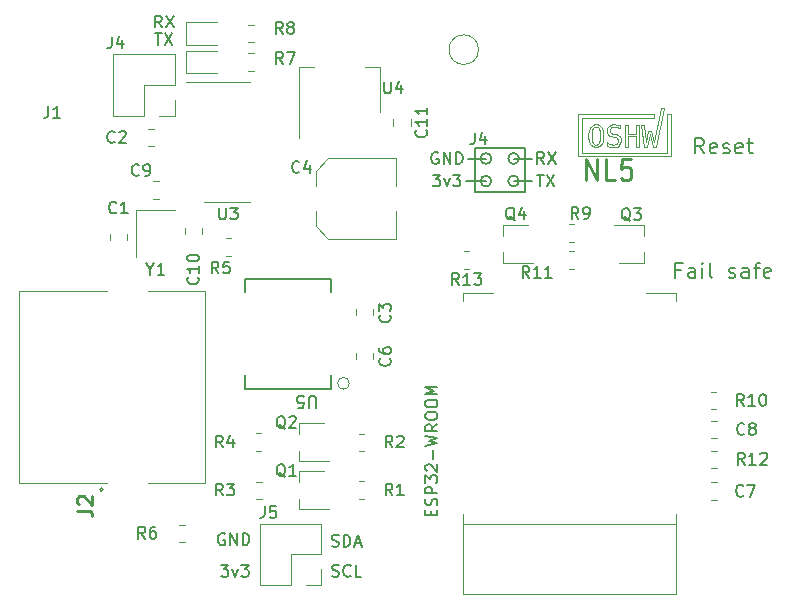
<source format=gto>
G04 #@! TF.GenerationSoftware,KiCad,Pcbnew,(6.0.8-1)-1*
G04 #@! TF.CreationDate,2023-02-10T13:43:16+01:00*
G04 #@! TF.ProjectId,ithowifi_4l,6974686f-7769-4666-995f-346c2e6b6963,rev?*
G04 #@! TF.SameCoordinates,Original*
G04 #@! TF.FileFunction,Legend,Top*
G04 #@! TF.FilePolarity,Positive*
%FSLAX46Y46*%
G04 Gerber Fmt 4.6, Leading zero omitted, Abs format (unit mm)*
G04 Created by KiCad (PCBNEW (6.0.8-1)-1) date 2023-02-10 13:43:16*
%MOMM*%
%LPD*%
G01*
G04 APERTURE LIST*
%ADD10C,0.150000*%
%ADD11C,0.120000*%
%ADD12C,0.223242*%
%ADD13C,0.254000*%
%ADD14C,0.100000*%
%ADD15C,0.200000*%
G04 APERTURE END LIST*
D10*
X90043000Y-118364000D02*
X90043000Y-118491000D01*
X91389905Y-119253000D02*
G75*
G03*
X91389905Y-119253000I-457905J0D01*
G01*
X93726000Y-121158000D02*
G75*
G03*
X93726000Y-121158000I-457905J0D01*
G01*
X93726000Y-119253000D02*
G75*
G03*
X93726000Y-119253000I-457905J0D01*
G01*
D11*
X99651693Y-116889581D02*
X99740710Y-116629383D01*
X102694384Y-116385188D02*
X102694384Y-116385188D01*
X101214941Y-118170605D02*
X101192894Y-118161511D01*
X100232672Y-116554961D02*
X100191605Y-116554961D01*
X104816910Y-117136774D02*
X104566364Y-118237000D01*
X100164321Y-116351558D02*
X100232672Y-116351558D01*
X99972500Y-117923361D02*
X100068964Y-118025621D01*
X102358713Y-117731286D02*
X102358713Y-117789401D01*
X100569740Y-117662655D02*
X100590964Y-117400273D01*
X99875487Y-117225267D02*
X99875487Y-117312897D01*
X101486960Y-117058542D02*
X101697805Y-117148356D01*
X99076500Y-115791031D02*
X105179825Y-115791031D01*
X102222285Y-118111067D02*
X102195000Y-118134232D01*
X100673372Y-118074389D02*
X100506078Y-118213327D01*
X101456917Y-118244722D02*
X101434869Y-118240048D01*
X101266477Y-117195499D02*
X101198405Y-117076982D01*
X102119211Y-117694050D02*
X102058297Y-117547187D01*
X101437902Y-117318130D02*
X101305339Y-117234919D01*
X100814205Y-117735147D02*
X100724629Y-117995040D01*
X104685389Y-116893696D02*
X104946907Y-116893696D01*
X100520683Y-116758923D02*
X100506626Y-116729967D01*
X101475667Y-117047772D02*
X101486960Y-117058542D01*
X102195000Y-118134232D02*
X102167715Y-118157346D01*
X102119211Y-117747237D02*
X102119211Y-117694050D01*
X101617602Y-117381528D02*
X101437902Y-117318130D01*
X103883917Y-118237000D02*
X103632000Y-118237000D01*
X101718750Y-118273119D02*
X101653157Y-118273119D01*
X99896153Y-116963139D02*
X99875487Y-117225267D01*
X100396385Y-118025875D02*
X100492570Y-117924733D01*
X100301023Y-118272865D02*
X100232672Y-118272865D01*
X104474569Y-117888360D02*
X104685389Y-116893696D01*
X100506078Y-116411096D02*
X100673372Y-116550034D01*
X101762296Y-116555266D02*
X101633309Y-116576196D01*
X100699006Y-116589709D02*
X100724629Y-116629383D01*
X101659766Y-118069716D02*
X101718750Y-118069716D01*
X100724629Y-116629383D02*
X100814205Y-116889581D01*
X102013928Y-117985388D02*
X102031292Y-117971062D01*
X100492570Y-116700757D02*
X100396385Y-116598548D01*
X101169460Y-116842997D02*
X101210806Y-116675713D01*
X100191605Y-116554961D02*
X100068964Y-116598548D01*
X99740710Y-117996107D02*
X99651693Y-117736519D01*
X100569740Y-116963139D02*
X100520683Y-116758923D01*
X100506078Y-118213327D02*
X100301023Y-118272865D01*
X101728671Y-117155824D02*
X101860136Y-117185593D01*
X101169460Y-116898928D02*
X101169460Y-116842997D01*
X101835605Y-116352117D02*
X101984160Y-116372793D01*
X101887421Y-118048481D02*
X101996286Y-117999459D01*
X101994081Y-118238372D02*
X101787371Y-118273119D01*
X103632000Y-117144241D02*
X103632000Y-116385188D01*
X101434321Y-116734692D02*
X101408687Y-116828926D01*
X101363490Y-116476983D02*
X101530231Y-116389353D01*
X102058297Y-117547187D02*
X102046171Y-117535046D01*
X100590964Y-117225267D02*
X100569740Y-116963139D01*
X100164046Y-118272865D02*
X99958997Y-118213327D01*
X106250029Y-118757639D02*
X99076500Y-118757639D01*
X99958444Y-117894456D02*
X99972500Y-117923361D01*
X102252053Y-116448586D02*
X102252053Y-116702993D01*
X100590964Y-117312897D02*
X100590964Y-117312897D01*
X101478694Y-118249395D02*
X101456917Y-118244722D01*
X100396385Y-116598548D02*
X100273464Y-116554961D01*
X102946301Y-118237000D02*
X102694384Y-118237000D01*
X99896153Y-117661538D02*
X99944382Y-117865246D01*
X105305504Y-118237000D02*
X105068471Y-118237000D01*
X103632000Y-118237000D02*
X103632000Y-117355061D01*
X102022747Y-116592452D02*
X102003723Y-116586153D01*
X102031292Y-117971062D02*
X102092750Y-117882873D01*
X102328944Y-117530372D02*
X102358713Y-117680842D01*
D10*
X90932000Y-119253000D02*
X89408000Y-119253000D01*
D11*
X102946301Y-117144241D02*
X103632000Y-117144241D01*
X102092750Y-117882873D02*
X102119211Y-117781172D01*
X100520683Y-117866617D02*
X100569740Y-117662655D01*
X100232672Y-118272865D02*
X100164046Y-118272865D01*
X101633309Y-116576196D02*
X101528859Y-116624456D01*
X99958997Y-118213327D02*
X99791703Y-118075253D01*
X101286046Y-117215361D02*
X101266477Y-117195499D01*
X101408687Y-116860371D02*
X101408687Y-116907209D01*
X105179825Y-115473531D02*
X98759000Y-115473531D01*
X104297073Y-116385188D02*
X104474569Y-117888360D01*
X105179825Y-115791031D02*
X105179825Y-115473531D01*
X105068471Y-118237000D02*
X104816910Y-117136774D01*
X104329281Y-118237000D02*
X104052878Y-116385188D01*
X99651693Y-117736519D02*
X99613654Y-117418714D01*
X102003997Y-116376958D02*
X102023570Y-116380819D01*
X100273464Y-116554961D02*
X100232672Y-116554961D01*
X100852788Y-117312897D02*
X100852788Y-117312897D01*
X102085033Y-117263571D02*
X102219800Y-117354807D01*
X105761079Y-115009371D02*
X106005274Y-115009371D01*
X101792059Y-116555266D02*
X101762296Y-116555266D01*
X99791703Y-118075253D02*
X99766343Y-118035832D01*
X101528859Y-116624456D02*
X101511770Y-116638477D01*
X100724629Y-117995040D02*
X100699006Y-118034715D01*
X100590964Y-117312897D02*
X100590964Y-117225267D01*
X101464364Y-117037003D02*
X101475667Y-117047772D01*
X101408687Y-116907209D02*
X101464364Y-117037003D01*
X100232672Y-116351558D02*
X100301023Y-116351558D01*
D10*
X90043000Y-118491000D02*
X90043000Y-122047000D01*
D11*
X101408687Y-116828926D02*
X101408687Y-116860371D01*
D10*
X91389905Y-121158000D02*
G75*
G03*
X91389905Y-121158000I-457905J0D01*
G01*
D11*
X101946954Y-117470276D02*
X101824033Y-117428925D01*
X106256633Y-115473531D02*
X106250029Y-118757639D01*
X101824033Y-117428925D02*
X101794264Y-117422321D01*
X102167715Y-118157346D02*
X101994081Y-118238372D01*
X106005274Y-115009371D02*
X105305504Y-118237000D01*
X103632000Y-116385188D02*
X103883917Y-116385188D01*
X101779659Y-116352117D02*
X101835605Y-116352117D01*
X100492570Y-117924733D02*
X100506626Y-117895827D01*
X102023570Y-116380819D02*
X102230280Y-116440611D01*
X103883917Y-116385188D02*
X103883917Y-118237000D01*
X104052878Y-116385188D02*
X104052878Y-116385188D01*
X100852788Y-117207081D02*
X100852788Y-117312897D01*
X102239648Y-117376550D02*
X102259490Y-117398089D01*
X102219800Y-117354807D02*
X102239648Y-117376550D01*
X99875487Y-117312897D02*
X99875487Y-117400019D01*
X101434869Y-118240048D02*
X101214941Y-118170605D01*
X106567529Y-115473531D02*
X106256633Y-115473531D01*
X101483104Y-118034461D02*
X101659766Y-118069716D01*
X101811353Y-116555266D02*
X101792059Y-116555266D01*
X101335657Y-116502079D02*
X101363490Y-116476983D01*
X100068964Y-116598548D02*
X99972500Y-116700757D01*
X101996286Y-117999459D02*
X102013928Y-117985388D01*
X99766343Y-118035832D02*
X99740710Y-117996107D01*
X100068964Y-118025621D02*
X100191605Y-118069462D01*
X100506626Y-117895827D02*
X100520683Y-117866617D01*
X101461885Y-118027552D02*
X101483104Y-118034461D01*
X99613654Y-117312897D02*
X99613654Y-117207081D01*
X101511770Y-116638477D02*
X101494407Y-116651989D01*
X101198405Y-117076982D02*
X101169460Y-116943327D01*
X102946301Y-116385188D02*
X102946301Y-117144241D01*
X101718750Y-118069716D02*
X101760914Y-118069716D01*
D10*
X94234000Y-122047000D02*
X94234000Y-118364000D01*
D11*
X101307819Y-116526869D02*
X101335657Y-116502079D01*
X98759000Y-119075139D02*
X106567529Y-119075139D01*
X100273464Y-118069462D02*
X100396385Y-118025875D01*
X99076500Y-118757639D02*
X99076500Y-115791031D01*
X101530231Y-116389353D02*
X101717094Y-116352117D01*
X99613654Y-117207081D02*
X99651693Y-116889581D01*
X100814205Y-116889581D02*
X100852788Y-117207081D01*
X101494407Y-116651989D02*
X101434321Y-116734692D01*
X101653157Y-118273119D02*
X101478694Y-118249395D01*
X98759000Y-115473531D02*
X98759000Y-115473531D01*
X102003723Y-116586153D02*
X101811353Y-116555266D01*
X102694384Y-118237000D02*
X102694384Y-116385188D01*
X101440661Y-118020389D02*
X101461885Y-118027552D01*
X101697805Y-117148356D02*
X101728671Y-117155824D01*
X99958444Y-116729967D02*
X99944382Y-116758923D01*
X102946301Y-117355061D02*
X102946301Y-118237000D01*
X101984160Y-116372793D02*
X102003997Y-116376958D01*
X102259490Y-117398089D02*
X102328944Y-117530372D01*
X99740710Y-116629383D02*
X99766343Y-116589709D01*
X99959820Y-116411096D02*
X100164321Y-116351558D01*
X99875487Y-117400019D02*
X99896153Y-117661538D01*
X104566364Y-118237000D02*
X104329281Y-118237000D01*
D10*
X94234000Y-118364000D02*
X90043000Y-118364000D01*
D11*
X101169460Y-116943327D02*
X101169460Y-116898928D01*
X101210806Y-116675713D02*
X101307819Y-116526869D01*
X102230280Y-116440611D02*
X102252053Y-116448891D01*
X100191605Y-118069462D02*
X100232672Y-118069462D01*
X101660599Y-117391180D02*
X101617602Y-117381528D01*
X102358713Y-117680842D02*
X102358713Y-117731286D01*
D10*
X93268095Y-121158000D02*
X94869000Y-121158000D01*
D11*
X99766343Y-116589709D02*
X99791977Y-116550034D01*
X101192894Y-118161511D02*
X101192894Y-117894964D01*
X101903408Y-117195499D02*
X102085033Y-117263571D01*
X102252053Y-116702993D02*
X102233029Y-116690597D01*
X103632000Y-117355061D02*
X102946301Y-117355061D01*
X99791977Y-116550034D02*
X99959820Y-116411096D01*
X100301023Y-116351558D02*
X100506078Y-116411096D01*
X98759000Y-115473531D02*
X98759000Y-119075139D01*
X100852788Y-117418460D02*
X100814205Y-117735147D01*
X99944382Y-116758923D02*
X99896153Y-116963139D01*
D10*
X90932000Y-121158000D02*
X89281000Y-121158000D01*
D11*
X102034040Y-117522651D02*
X101946954Y-117470276D01*
X102041762Y-116598548D02*
X102022747Y-116592452D01*
X101305339Y-117234919D02*
X101286046Y-117215361D01*
X102358713Y-117789401D02*
X102317646Y-117963899D01*
X101717094Y-116352117D02*
X101779659Y-116352117D01*
X101216592Y-117909848D02*
X101440661Y-118020389D01*
X102046171Y-117535046D02*
X102034040Y-117522651D01*
X101787371Y-118273119D02*
X101718750Y-118273119D01*
X104052878Y-116385188D02*
X104297073Y-116385188D01*
X102694384Y-116385188D02*
X102946301Y-116385188D01*
X106567529Y-119075139D02*
X106567529Y-115473531D01*
X104946907Y-116893696D02*
X105160267Y-117890849D01*
X100673372Y-116550034D02*
X100699006Y-116589709D01*
D10*
X93268095Y-119253000D02*
X94869000Y-119253000D01*
D11*
X102233029Y-116690597D02*
X102041762Y-116598548D01*
X99613654Y-117418714D02*
X99613654Y-117312897D01*
X100699006Y-118034715D02*
X100673372Y-118074389D01*
X102317646Y-117963899D02*
X102222285Y-118111067D01*
X101794264Y-117422321D02*
X101660599Y-117391180D01*
X100852788Y-117312897D02*
X100852788Y-117418460D01*
D10*
X90043000Y-122047000D02*
X94234000Y-122047000D01*
D11*
X102252053Y-116448891D02*
X102252053Y-116448586D01*
X101760914Y-118069716D02*
X101887421Y-118048481D01*
X101192894Y-117894964D02*
X101216592Y-117909848D01*
X99972500Y-116700757D02*
X99958444Y-116729967D01*
X105160267Y-117890849D02*
X105761079Y-115009371D01*
X101860136Y-117185593D02*
X101903408Y-117195499D01*
X99944382Y-117865246D02*
X99958444Y-117894456D01*
X100232672Y-118069462D02*
X100273464Y-118069462D01*
X102119211Y-117781172D02*
X102119211Y-117747237D01*
X100590964Y-117400273D02*
X100590964Y-117312897D01*
X100506626Y-116729967D02*
X100492570Y-116700757D01*
D10*
X77905123Y-154608161D02*
X78047980Y-154655780D01*
X78286076Y-154655780D01*
X78381314Y-154608161D01*
X78428933Y-154560542D01*
X78476552Y-154465304D01*
X78476552Y-154370066D01*
X78428933Y-154274828D01*
X78381314Y-154227209D01*
X78286076Y-154179590D01*
X78095600Y-154131971D01*
X78000361Y-154084352D01*
X77952742Y-154036733D01*
X77905123Y-153941495D01*
X77905123Y-153846257D01*
X77952742Y-153751019D01*
X78000361Y-153703400D01*
X78095600Y-153655780D01*
X78333695Y-153655780D01*
X78476552Y-153703400D01*
X79476552Y-154560542D02*
X79428933Y-154608161D01*
X79286076Y-154655780D01*
X79190838Y-154655780D01*
X79047980Y-154608161D01*
X78952742Y-154512923D01*
X78905123Y-154417685D01*
X78857504Y-154227209D01*
X78857504Y-154084352D01*
X78905123Y-153893876D01*
X78952742Y-153798638D01*
X79047980Y-153703400D01*
X79190838Y-153655780D01*
X79286076Y-153655780D01*
X79428933Y-153703400D01*
X79476552Y-153751019D01*
X80381314Y-154655780D02*
X79905123Y-154655780D01*
X79905123Y-153655780D01*
X77881314Y-152068161D02*
X78024171Y-152115780D01*
X78262266Y-152115780D01*
X78357504Y-152068161D01*
X78405123Y-152020542D01*
X78452742Y-151925304D01*
X78452742Y-151830066D01*
X78405123Y-151734828D01*
X78357504Y-151687209D01*
X78262266Y-151639590D01*
X78071790Y-151591971D01*
X77976552Y-151544352D01*
X77928933Y-151496733D01*
X77881314Y-151401495D01*
X77881314Y-151306257D01*
X77928933Y-151211019D01*
X77976552Y-151163400D01*
X78071790Y-151115780D01*
X78309885Y-151115780D01*
X78452742Y-151163400D01*
X78881314Y-152115780D02*
X78881314Y-151115780D01*
X79119409Y-151115780D01*
X79262266Y-151163400D01*
X79357504Y-151258638D01*
X79405123Y-151353876D01*
X79452742Y-151544352D01*
X79452742Y-151687209D01*
X79405123Y-151877685D01*
X79357504Y-151972923D01*
X79262266Y-152068161D01*
X79119409Y-152115780D01*
X78881314Y-152115780D01*
X79833695Y-151830066D02*
X80309885Y-151830066D01*
X79738457Y-152115780D02*
X80071790Y-151115780D01*
X80405123Y-152115780D01*
X68808695Y-151036400D02*
X68713457Y-150988780D01*
X68570600Y-150988780D01*
X68427742Y-151036400D01*
X68332504Y-151131638D01*
X68284885Y-151226876D01*
X68237266Y-151417352D01*
X68237266Y-151560209D01*
X68284885Y-151750685D01*
X68332504Y-151845923D01*
X68427742Y-151941161D01*
X68570600Y-151988780D01*
X68665838Y-151988780D01*
X68808695Y-151941161D01*
X68856314Y-151893542D01*
X68856314Y-151560209D01*
X68665838Y-151560209D01*
X69284885Y-151988780D02*
X69284885Y-150988780D01*
X69856314Y-151988780D01*
X69856314Y-150988780D01*
X70332504Y-151988780D02*
X70332504Y-150988780D01*
X70570600Y-150988780D01*
X70713457Y-151036400D01*
X70808695Y-151131638D01*
X70856314Y-151226876D01*
X70903933Y-151417352D01*
X70903933Y-151560209D01*
X70856314Y-151750685D01*
X70808695Y-151845923D01*
X70713457Y-151941161D01*
X70570600Y-151988780D01*
X70332504Y-151988780D01*
X68507123Y-153655780D02*
X69126171Y-153655780D01*
X68792838Y-154036733D01*
X68935695Y-154036733D01*
X69030933Y-154084352D01*
X69078552Y-154131971D01*
X69126171Y-154227209D01*
X69126171Y-154465304D01*
X69078552Y-154560542D01*
X69030933Y-154608161D01*
X68935695Y-154655780D01*
X68649980Y-154655780D01*
X68554742Y-154608161D01*
X68507123Y-154560542D01*
X69459504Y-153989114D02*
X69697600Y-154655780D01*
X69935695Y-153989114D01*
X70221409Y-153655780D02*
X70840457Y-153655780D01*
X70507123Y-154036733D01*
X70649980Y-154036733D01*
X70745219Y-154084352D01*
X70792838Y-154131971D01*
X70840457Y-154227209D01*
X70840457Y-154465304D01*
X70792838Y-154560542D01*
X70745219Y-154608161D01*
X70649980Y-154655780D01*
X70364266Y-154655780D01*
X70269028Y-154608161D01*
X70221409Y-154560542D01*
X86868095Y-118753000D02*
X86772857Y-118705380D01*
X86630000Y-118705380D01*
X86487142Y-118753000D01*
X86391904Y-118848238D01*
X86344285Y-118943476D01*
X86296666Y-119133952D01*
X86296666Y-119276809D01*
X86344285Y-119467285D01*
X86391904Y-119562523D01*
X86487142Y-119657761D01*
X86630000Y-119705380D01*
X86725238Y-119705380D01*
X86868095Y-119657761D01*
X86915714Y-119610142D01*
X86915714Y-119276809D01*
X86725238Y-119276809D01*
X87344285Y-119705380D02*
X87344285Y-118705380D01*
X87915714Y-119705380D01*
X87915714Y-118705380D01*
X88391904Y-119705380D02*
X88391904Y-118705380D01*
X88630000Y-118705380D01*
X88772857Y-118753000D01*
X88868095Y-118848238D01*
X88915714Y-118943476D01*
X88963333Y-119133952D01*
X88963333Y-119276809D01*
X88915714Y-119467285D01*
X88868095Y-119562523D01*
X88772857Y-119657761D01*
X88630000Y-119705380D01*
X88391904Y-119705380D01*
X86439523Y-120610380D02*
X87058571Y-120610380D01*
X86725238Y-120991333D01*
X86868095Y-120991333D01*
X86963333Y-121038952D01*
X87010952Y-121086571D01*
X87058571Y-121181809D01*
X87058571Y-121419904D01*
X87010952Y-121515142D01*
X86963333Y-121562761D01*
X86868095Y-121610380D01*
X86582380Y-121610380D01*
X86487142Y-121562761D01*
X86439523Y-121515142D01*
X87391904Y-120943714D02*
X87630000Y-121610380D01*
X87868095Y-120943714D01*
X88153809Y-120610380D02*
X88772857Y-120610380D01*
X88439523Y-120991333D01*
X88582380Y-120991333D01*
X88677619Y-121038952D01*
X88725238Y-121086571D01*
X88772857Y-121181809D01*
X88772857Y-121419904D01*
X88725238Y-121515142D01*
X88677619Y-121562761D01*
X88582380Y-121610380D01*
X88296666Y-121610380D01*
X88201428Y-121562761D01*
X88153809Y-121515142D01*
X95845333Y-119705380D02*
X95512000Y-119229190D01*
X95273904Y-119705380D02*
X95273904Y-118705380D01*
X95654857Y-118705380D01*
X95750095Y-118753000D01*
X95797714Y-118800619D01*
X95845333Y-118895857D01*
X95845333Y-119038714D01*
X95797714Y-119133952D01*
X95750095Y-119181571D01*
X95654857Y-119229190D01*
X95273904Y-119229190D01*
X96178666Y-118705380D02*
X96845333Y-119705380D01*
X96845333Y-118705380D02*
X96178666Y-119705380D01*
X95250095Y-120610380D02*
X95821523Y-120610380D01*
X95535809Y-121610380D02*
X95535809Y-120610380D01*
X96059619Y-120610380D02*
X96726285Y-121610380D01*
X96726285Y-120610380D02*
X96059619Y-121610380D01*
X89963666Y-117054380D02*
X89963666Y-117768666D01*
X89916047Y-117911523D01*
X89820809Y-118006761D01*
X89677952Y-118054380D01*
X89582714Y-118054380D01*
X90868428Y-117387714D02*
X90868428Y-118054380D01*
X90630333Y-117006761D02*
X90392238Y-117721047D01*
X91011285Y-117721047D01*
D12*
X99427132Y-121050837D02*
X99427132Y-119264897D01*
X100345616Y-121050837D01*
X100345616Y-119264897D01*
X101876421Y-121050837D02*
X101111019Y-121050837D01*
X101111019Y-119264897D01*
X103177606Y-119264897D02*
X102412203Y-119264897D01*
X102335663Y-120115344D01*
X102412203Y-120030300D01*
X102565284Y-119945255D01*
X102947985Y-119945255D01*
X103101066Y-120030300D01*
X103177606Y-120115344D01*
X103254147Y-120285434D01*
X103254147Y-120710658D01*
X103177606Y-120880747D01*
X103101066Y-120965792D01*
X102947985Y-121050837D01*
X102565284Y-121050837D01*
X102412203Y-120965792D01*
X102335663Y-120880747D01*
D10*
X86288571Y-149470380D02*
X86288571Y-149137047D01*
X86812380Y-148994190D02*
X86812380Y-149470380D01*
X85812380Y-149470380D01*
X85812380Y-148994190D01*
X86764761Y-148613238D02*
X86812380Y-148470380D01*
X86812380Y-148232285D01*
X86764761Y-148137047D01*
X86717142Y-148089428D01*
X86621904Y-148041809D01*
X86526666Y-148041809D01*
X86431428Y-148089428D01*
X86383809Y-148137047D01*
X86336190Y-148232285D01*
X86288571Y-148422761D01*
X86240952Y-148518000D01*
X86193333Y-148565619D01*
X86098095Y-148613238D01*
X86002857Y-148613238D01*
X85907619Y-148565619D01*
X85860000Y-148518000D01*
X85812380Y-148422761D01*
X85812380Y-148184666D01*
X85860000Y-148041809D01*
X86812380Y-147613238D02*
X85812380Y-147613238D01*
X85812380Y-147232285D01*
X85860000Y-147137047D01*
X85907619Y-147089428D01*
X86002857Y-147041809D01*
X86145714Y-147041809D01*
X86240952Y-147089428D01*
X86288571Y-147137047D01*
X86336190Y-147232285D01*
X86336190Y-147613238D01*
X85812380Y-146708476D02*
X85812380Y-146089428D01*
X86193333Y-146422761D01*
X86193333Y-146279904D01*
X86240952Y-146184666D01*
X86288571Y-146137047D01*
X86383809Y-146089428D01*
X86621904Y-146089428D01*
X86717142Y-146137047D01*
X86764761Y-146184666D01*
X86812380Y-146279904D01*
X86812380Y-146565619D01*
X86764761Y-146660857D01*
X86717142Y-146708476D01*
X85907619Y-145708476D02*
X85860000Y-145660857D01*
X85812380Y-145565619D01*
X85812380Y-145327523D01*
X85860000Y-145232285D01*
X85907619Y-145184666D01*
X86002857Y-145137047D01*
X86098095Y-145137047D01*
X86240952Y-145184666D01*
X86812380Y-145756095D01*
X86812380Y-145137047D01*
X86431428Y-144708476D02*
X86431428Y-143946571D01*
X85812380Y-143565619D02*
X86812380Y-143327523D01*
X86098095Y-143137047D01*
X86812380Y-142946571D01*
X85812380Y-142708476D01*
X86812380Y-141756095D02*
X86336190Y-142089428D01*
X86812380Y-142327523D02*
X85812380Y-142327523D01*
X85812380Y-141946571D01*
X85860000Y-141851333D01*
X85907619Y-141803714D01*
X86002857Y-141756095D01*
X86145714Y-141756095D01*
X86240952Y-141803714D01*
X86288571Y-141851333D01*
X86336190Y-141946571D01*
X86336190Y-142327523D01*
X85812380Y-141137047D02*
X85812380Y-140946571D01*
X85860000Y-140851333D01*
X85955238Y-140756095D01*
X86145714Y-140708476D01*
X86479047Y-140708476D01*
X86669523Y-140756095D01*
X86764761Y-140851333D01*
X86812380Y-140946571D01*
X86812380Y-141137047D01*
X86764761Y-141232285D01*
X86669523Y-141327523D01*
X86479047Y-141375142D01*
X86145714Y-141375142D01*
X85955238Y-141327523D01*
X85860000Y-141232285D01*
X85812380Y-141137047D01*
X85812380Y-140089428D02*
X85812380Y-139898952D01*
X85860000Y-139803714D01*
X85955238Y-139708476D01*
X86145714Y-139660857D01*
X86479047Y-139660857D01*
X86669523Y-139708476D01*
X86764761Y-139803714D01*
X86812380Y-139898952D01*
X86812380Y-140089428D01*
X86764761Y-140184666D01*
X86669523Y-140279904D01*
X86479047Y-140327523D01*
X86145714Y-140327523D01*
X85955238Y-140279904D01*
X85860000Y-140184666D01*
X85812380Y-140089428D01*
X86812380Y-139232285D02*
X85812380Y-139232285D01*
X86526666Y-138898952D01*
X85812380Y-138565619D01*
X86812380Y-138565619D01*
X112751142Y-140186380D02*
X112417809Y-139710190D01*
X112179714Y-140186380D02*
X112179714Y-139186380D01*
X112560666Y-139186380D01*
X112655904Y-139234000D01*
X112703523Y-139281619D01*
X112751142Y-139376857D01*
X112751142Y-139519714D01*
X112703523Y-139614952D01*
X112655904Y-139662571D01*
X112560666Y-139710190D01*
X112179714Y-139710190D01*
X113703523Y-140186380D02*
X113132095Y-140186380D01*
X113417809Y-140186380D02*
X113417809Y-139186380D01*
X113322571Y-139329238D01*
X113227333Y-139424476D01*
X113132095Y-139472095D01*
X114322571Y-139186380D02*
X114417809Y-139186380D01*
X114513047Y-139234000D01*
X114560666Y-139281619D01*
X114608285Y-139376857D01*
X114655904Y-139567333D01*
X114655904Y-139805428D01*
X114608285Y-139995904D01*
X114560666Y-140091142D01*
X114513047Y-140138761D01*
X114417809Y-140186380D01*
X114322571Y-140186380D01*
X114227333Y-140138761D01*
X114179714Y-140091142D01*
X114132095Y-139995904D01*
X114084476Y-139805428D01*
X114084476Y-139567333D01*
X114132095Y-139376857D01*
X114179714Y-139281619D01*
X114227333Y-139234000D01*
X114322571Y-139186380D01*
X72183666Y-148677380D02*
X72183666Y-149391666D01*
X72136047Y-149534523D01*
X72040809Y-149629761D01*
X71897952Y-149677380D01*
X71802714Y-149677380D01*
X73136047Y-148677380D02*
X72659857Y-148677380D01*
X72612238Y-149153571D01*
X72659857Y-149105952D01*
X72755095Y-149058333D01*
X72993190Y-149058333D01*
X73088428Y-149105952D01*
X73136047Y-149153571D01*
X73183666Y-149248809D01*
X73183666Y-149486904D01*
X73136047Y-149582142D01*
X73088428Y-149629761D01*
X72993190Y-149677380D01*
X72755095Y-149677380D01*
X72659857Y-149629761D01*
X72612238Y-149582142D01*
X112831642Y-145168880D02*
X112498309Y-144692690D01*
X112260214Y-145168880D02*
X112260214Y-144168880D01*
X112641166Y-144168880D01*
X112736404Y-144216500D01*
X112784023Y-144264119D01*
X112831642Y-144359357D01*
X112831642Y-144502214D01*
X112784023Y-144597452D01*
X112736404Y-144645071D01*
X112641166Y-144692690D01*
X112260214Y-144692690D01*
X113784023Y-145168880D02*
X113212595Y-145168880D01*
X113498309Y-145168880D02*
X113498309Y-144168880D01*
X113403071Y-144311738D01*
X113307833Y-144406976D01*
X113212595Y-144454595D01*
X114164976Y-144264119D02*
X114212595Y-144216500D01*
X114307833Y-144168880D01*
X114545928Y-144168880D01*
X114641166Y-144216500D01*
X114688785Y-144264119D01*
X114736404Y-144359357D01*
X114736404Y-144454595D01*
X114688785Y-144597452D01*
X114117357Y-145168880D01*
X114736404Y-145168880D01*
X88644642Y-129957380D02*
X88311309Y-129481190D01*
X88073214Y-129957380D02*
X88073214Y-128957380D01*
X88454166Y-128957380D01*
X88549404Y-129005000D01*
X88597023Y-129052619D01*
X88644642Y-129147857D01*
X88644642Y-129290714D01*
X88597023Y-129385952D01*
X88549404Y-129433571D01*
X88454166Y-129481190D01*
X88073214Y-129481190D01*
X89597023Y-129957380D02*
X89025595Y-129957380D01*
X89311309Y-129957380D02*
X89311309Y-128957380D01*
X89216071Y-129100238D01*
X89120833Y-129195476D01*
X89025595Y-129243095D01*
X89930357Y-128957380D02*
X90549404Y-128957380D01*
X90216071Y-129338333D01*
X90358928Y-129338333D01*
X90454166Y-129385952D01*
X90501785Y-129433571D01*
X90549404Y-129528809D01*
X90549404Y-129766904D01*
X90501785Y-129862142D01*
X90454166Y-129909761D01*
X90358928Y-129957380D01*
X90073214Y-129957380D01*
X89977976Y-129909761D01*
X89930357Y-129862142D01*
X53870266Y-114793780D02*
X53870266Y-115508066D01*
X53822647Y-115650923D01*
X53727409Y-115746161D01*
X53584552Y-115793780D01*
X53489314Y-115793780D01*
X54870266Y-115793780D02*
X54298838Y-115793780D01*
X54584552Y-115793780D02*
X54584552Y-114793780D01*
X54489314Y-114936638D01*
X54394076Y-115031876D01*
X54298838Y-115079495D01*
X112719333Y-147774642D02*
X112671714Y-147822261D01*
X112528857Y-147869880D01*
X112433619Y-147869880D01*
X112290761Y-147822261D01*
X112195523Y-147727023D01*
X112147904Y-147631785D01*
X112100285Y-147441309D01*
X112100285Y-147298452D01*
X112147904Y-147107976D01*
X112195523Y-147012738D01*
X112290761Y-146917500D01*
X112433619Y-146869880D01*
X112528857Y-146869880D01*
X112671714Y-146917500D01*
X112719333Y-146965119D01*
X113052666Y-146869880D02*
X113719333Y-146869880D01*
X113290761Y-147869880D01*
X73945761Y-142152619D02*
X73850523Y-142105000D01*
X73755285Y-142009761D01*
X73612428Y-141866904D01*
X73517190Y-141819285D01*
X73421952Y-141819285D01*
X73469571Y-142057380D02*
X73374333Y-142009761D01*
X73279095Y-141914523D01*
X73231476Y-141724047D01*
X73231476Y-141390714D01*
X73279095Y-141200238D01*
X73374333Y-141105000D01*
X73469571Y-141057380D01*
X73660047Y-141057380D01*
X73755285Y-141105000D01*
X73850523Y-141200238D01*
X73898142Y-141390714D01*
X73898142Y-141724047D01*
X73850523Y-141914523D01*
X73755285Y-142009761D01*
X73660047Y-142057380D01*
X73469571Y-142057380D01*
X74279095Y-141152619D02*
X74326714Y-141105000D01*
X74421952Y-141057380D01*
X74660047Y-141057380D01*
X74755285Y-141105000D01*
X74802904Y-141152619D01*
X74850523Y-141247857D01*
X74850523Y-141343095D01*
X74802904Y-141485952D01*
X74231476Y-142057380D01*
X74850523Y-142057380D01*
X73945761Y-146216619D02*
X73850523Y-146169000D01*
X73755285Y-146073761D01*
X73612428Y-145930904D01*
X73517190Y-145883285D01*
X73421952Y-145883285D01*
X73469571Y-146121380D02*
X73374333Y-146073761D01*
X73279095Y-145978523D01*
X73231476Y-145788047D01*
X73231476Y-145454714D01*
X73279095Y-145264238D01*
X73374333Y-145169000D01*
X73469571Y-145121380D01*
X73660047Y-145121380D01*
X73755285Y-145169000D01*
X73850523Y-145264238D01*
X73898142Y-145454714D01*
X73898142Y-145788047D01*
X73850523Y-145978523D01*
X73755285Y-146073761D01*
X73660047Y-146121380D01*
X73469571Y-146121380D01*
X74850523Y-146121380D02*
X74279095Y-146121380D01*
X74564809Y-146121380D02*
X74564809Y-145121380D01*
X74469571Y-145264238D01*
X74374333Y-145359476D01*
X74279095Y-145407095D01*
X83018333Y-147772380D02*
X82685000Y-147296190D01*
X82446904Y-147772380D02*
X82446904Y-146772380D01*
X82827857Y-146772380D01*
X82923095Y-146820000D01*
X82970714Y-146867619D01*
X83018333Y-146962857D01*
X83018333Y-147105714D01*
X82970714Y-147200952D01*
X82923095Y-147248571D01*
X82827857Y-147296190D01*
X82446904Y-147296190D01*
X83970714Y-147772380D02*
X83399285Y-147772380D01*
X83685000Y-147772380D02*
X83685000Y-146772380D01*
X83589761Y-146915238D01*
X83494523Y-147010476D01*
X83399285Y-147058095D01*
X83018333Y-143708380D02*
X82685000Y-143232190D01*
X82446904Y-143708380D02*
X82446904Y-142708380D01*
X82827857Y-142708380D01*
X82923095Y-142756000D01*
X82970714Y-142803619D01*
X83018333Y-142898857D01*
X83018333Y-143041714D01*
X82970714Y-143136952D01*
X82923095Y-143184571D01*
X82827857Y-143232190D01*
X82446904Y-143232190D01*
X83399285Y-142803619D02*
X83446904Y-142756000D01*
X83542142Y-142708380D01*
X83780238Y-142708380D01*
X83875476Y-142756000D01*
X83923095Y-142803619D01*
X83970714Y-142898857D01*
X83970714Y-142994095D01*
X83923095Y-143136952D01*
X83351666Y-143708380D01*
X83970714Y-143708380D01*
X68667333Y-147772380D02*
X68334000Y-147296190D01*
X68095904Y-147772380D02*
X68095904Y-146772380D01*
X68476857Y-146772380D01*
X68572095Y-146820000D01*
X68619714Y-146867619D01*
X68667333Y-146962857D01*
X68667333Y-147105714D01*
X68619714Y-147200952D01*
X68572095Y-147248571D01*
X68476857Y-147296190D01*
X68095904Y-147296190D01*
X69000666Y-146772380D02*
X69619714Y-146772380D01*
X69286380Y-147153333D01*
X69429238Y-147153333D01*
X69524476Y-147200952D01*
X69572095Y-147248571D01*
X69619714Y-147343809D01*
X69619714Y-147581904D01*
X69572095Y-147677142D01*
X69524476Y-147724761D01*
X69429238Y-147772380D01*
X69143523Y-147772380D01*
X69048285Y-147724761D01*
X69000666Y-147677142D01*
X68286333Y-128976380D02*
X67953000Y-128500190D01*
X67714904Y-128976380D02*
X67714904Y-127976380D01*
X68095857Y-127976380D01*
X68191095Y-128024000D01*
X68238714Y-128071619D01*
X68286333Y-128166857D01*
X68286333Y-128309714D01*
X68238714Y-128404952D01*
X68191095Y-128452571D01*
X68095857Y-128500190D01*
X67714904Y-128500190D01*
X69191095Y-127976380D02*
X68714904Y-127976380D01*
X68667285Y-128452571D01*
X68714904Y-128404952D01*
X68810142Y-128357333D01*
X69048238Y-128357333D01*
X69143476Y-128404952D01*
X69191095Y-128452571D01*
X69238714Y-128547809D01*
X69238714Y-128785904D01*
X69191095Y-128881142D01*
X69143476Y-128928761D01*
X69048238Y-128976380D01*
X68810142Y-128976380D01*
X68714904Y-128928761D01*
X68667285Y-128881142D01*
X82296095Y-112736380D02*
X82296095Y-113545904D01*
X82343714Y-113641142D01*
X82391333Y-113688761D01*
X82486571Y-113736380D01*
X82677047Y-113736380D01*
X82772285Y-113688761D01*
X82819904Y-113641142D01*
X82867523Y-113545904D01*
X82867523Y-112736380D01*
X83772285Y-113069714D02*
X83772285Y-113736380D01*
X83534190Y-112688761D02*
X83296095Y-113403047D01*
X83915142Y-113403047D01*
X62079633Y-151429980D02*
X61746300Y-150953790D01*
X61508204Y-151429980D02*
X61508204Y-150429980D01*
X61889157Y-150429980D01*
X61984395Y-150477600D01*
X62032014Y-150525219D01*
X62079633Y-150620457D01*
X62079633Y-150763314D01*
X62032014Y-150858552D01*
X61984395Y-150906171D01*
X61889157Y-150953790D01*
X61508204Y-150953790D01*
X62936776Y-150429980D02*
X62746300Y-150429980D01*
X62651061Y-150477600D01*
X62603442Y-150525219D01*
X62508204Y-150668076D01*
X62460585Y-150858552D01*
X62460585Y-151239504D01*
X62508204Y-151334742D01*
X62555823Y-151382361D01*
X62651061Y-151429980D01*
X62841538Y-151429980D01*
X62936776Y-151382361D01*
X62984395Y-151334742D01*
X63032014Y-151239504D01*
X63032014Y-151001409D01*
X62984395Y-150906171D01*
X62936776Y-150858552D01*
X62841538Y-150810933D01*
X62651061Y-150810933D01*
X62555823Y-150858552D01*
X62508204Y-150906171D01*
X62460585Y-151001409D01*
X76529904Y-140342119D02*
X76529904Y-139532595D01*
X76482285Y-139437357D01*
X76434666Y-139389738D01*
X76339428Y-139342119D01*
X76148952Y-139342119D01*
X76053714Y-139389738D01*
X76006095Y-139437357D01*
X75958476Y-139532595D01*
X75958476Y-140342119D01*
X75006095Y-140342119D02*
X75482285Y-140342119D01*
X75529904Y-139865928D01*
X75482285Y-139913547D01*
X75387047Y-139961166D01*
X75148952Y-139961166D01*
X75053714Y-139913547D01*
X75006095Y-139865928D01*
X74958476Y-139770690D01*
X74958476Y-139532595D01*
X75006095Y-139437357D01*
X75053714Y-139389738D01*
X75148952Y-139342119D01*
X75387047Y-139342119D01*
X75482285Y-139389738D01*
X75529904Y-139437357D01*
D13*
X56327523Y-149076833D02*
X57234666Y-149076833D01*
X57416095Y-149137309D01*
X57537047Y-149258261D01*
X57597523Y-149439690D01*
X57597523Y-149560642D01*
X56448476Y-148532547D02*
X56388000Y-148472071D01*
X56327523Y-148351119D01*
X56327523Y-148048738D01*
X56388000Y-147927785D01*
X56448476Y-147867309D01*
X56569428Y-147806833D01*
X56690380Y-147806833D01*
X56871809Y-147867309D01*
X57597523Y-148593023D01*
X57597523Y-147806833D01*
D10*
X68667333Y-143708380D02*
X68334000Y-143232190D01*
X68095904Y-143708380D02*
X68095904Y-142708380D01*
X68476857Y-142708380D01*
X68572095Y-142756000D01*
X68619714Y-142803619D01*
X68667333Y-142898857D01*
X68667333Y-143041714D01*
X68619714Y-143136952D01*
X68572095Y-143184571D01*
X68476857Y-143232190D01*
X68095904Y-143232190D01*
X69524476Y-143041714D02*
X69524476Y-143708380D01*
X69286380Y-142660761D02*
X69048285Y-143375047D01*
X69667333Y-143375047D01*
X82780142Y-136183666D02*
X82827761Y-136231285D01*
X82875380Y-136374142D01*
X82875380Y-136469380D01*
X82827761Y-136612238D01*
X82732523Y-136707476D01*
X82637285Y-136755095D01*
X82446809Y-136802714D01*
X82303952Y-136802714D01*
X82113476Y-136755095D01*
X82018238Y-136707476D01*
X81923000Y-136612238D01*
X81875380Y-136469380D01*
X81875380Y-136374142D01*
X81923000Y-136231285D01*
X81970619Y-136183666D01*
X81875380Y-135326523D02*
X81875380Y-135517000D01*
X81923000Y-135612238D01*
X81970619Y-135659857D01*
X82113476Y-135755095D01*
X82303952Y-135802714D01*
X82684904Y-135802714D01*
X82780142Y-135755095D01*
X82827761Y-135707476D01*
X82875380Y-135612238D01*
X82875380Y-135421761D01*
X82827761Y-135326523D01*
X82780142Y-135278904D01*
X82684904Y-135231285D01*
X82446809Y-135231285D01*
X82351571Y-135278904D01*
X82303952Y-135326523D01*
X82256333Y-135421761D01*
X82256333Y-135612238D01*
X82303952Y-135707476D01*
X82351571Y-135755095D01*
X82446809Y-135802714D01*
X82780142Y-132500666D02*
X82827761Y-132548285D01*
X82875380Y-132691142D01*
X82875380Y-132786380D01*
X82827761Y-132929238D01*
X82732523Y-133024476D01*
X82637285Y-133072095D01*
X82446809Y-133119714D01*
X82303952Y-133119714D01*
X82113476Y-133072095D01*
X82018238Y-133024476D01*
X81923000Y-132929238D01*
X81875380Y-132786380D01*
X81875380Y-132691142D01*
X81923000Y-132548285D01*
X81970619Y-132500666D01*
X81875380Y-132167333D02*
X81875380Y-131548285D01*
X82256333Y-131881619D01*
X82256333Y-131738761D01*
X82303952Y-131643523D01*
X82351571Y-131595904D01*
X82446809Y-131548285D01*
X82684904Y-131548285D01*
X82780142Y-131595904D01*
X82827761Y-131643523D01*
X82875380Y-131738761D01*
X82875380Y-132024476D01*
X82827761Y-132119714D01*
X82780142Y-132167333D01*
X94607142Y-129357380D02*
X94273809Y-128881190D01*
X94035714Y-129357380D02*
X94035714Y-128357380D01*
X94416666Y-128357380D01*
X94511904Y-128405000D01*
X94559523Y-128452619D01*
X94607142Y-128547857D01*
X94607142Y-128690714D01*
X94559523Y-128785952D01*
X94511904Y-128833571D01*
X94416666Y-128881190D01*
X94035714Y-128881190D01*
X95559523Y-129357380D02*
X94988095Y-129357380D01*
X95273809Y-129357380D02*
X95273809Y-128357380D01*
X95178571Y-128500238D01*
X95083333Y-128595476D01*
X94988095Y-128643095D01*
X96511904Y-129357380D02*
X95940476Y-129357380D01*
X96226190Y-129357380D02*
X96226190Y-128357380D01*
X96130952Y-128500238D01*
X96035714Y-128595476D01*
X95940476Y-128643095D01*
X93376761Y-124499619D02*
X93281523Y-124452000D01*
X93186285Y-124356761D01*
X93043428Y-124213904D01*
X92948190Y-124166285D01*
X92852952Y-124166285D01*
X92900571Y-124404380D02*
X92805333Y-124356761D01*
X92710095Y-124261523D01*
X92662476Y-124071047D01*
X92662476Y-123737714D01*
X92710095Y-123547238D01*
X92805333Y-123452000D01*
X92900571Y-123404380D01*
X93091047Y-123404380D01*
X93186285Y-123452000D01*
X93281523Y-123547238D01*
X93329142Y-123737714D01*
X93329142Y-124071047D01*
X93281523Y-124261523D01*
X93186285Y-124356761D01*
X93091047Y-124404380D01*
X92900571Y-124404380D01*
X94186285Y-123737714D02*
X94186285Y-124404380D01*
X93948190Y-123356761D02*
X93710095Y-124071047D01*
X94329142Y-124071047D01*
X103154761Y-124539619D02*
X103059523Y-124492000D01*
X102964285Y-124396761D01*
X102821428Y-124253904D01*
X102726190Y-124206285D01*
X102630952Y-124206285D01*
X102678571Y-124444380D02*
X102583333Y-124396761D01*
X102488095Y-124301523D01*
X102440476Y-124111047D01*
X102440476Y-123777714D01*
X102488095Y-123587238D01*
X102583333Y-123492000D01*
X102678571Y-123444380D01*
X102869047Y-123444380D01*
X102964285Y-123492000D01*
X103059523Y-123587238D01*
X103107142Y-123777714D01*
X103107142Y-124111047D01*
X103059523Y-124301523D01*
X102964285Y-124396761D01*
X102869047Y-124444380D01*
X102678571Y-124444380D01*
X103440476Y-123444380D02*
X104059523Y-123444380D01*
X103726190Y-123825333D01*
X103869047Y-123825333D01*
X103964285Y-123872952D01*
X104011904Y-123920571D01*
X104059523Y-124015809D01*
X104059523Y-124253904D01*
X104011904Y-124349142D01*
X103964285Y-124396761D01*
X103869047Y-124444380D01*
X103583333Y-124444380D01*
X103488095Y-124396761D01*
X103440476Y-124349142D01*
X75144333Y-120372142D02*
X75096714Y-120419761D01*
X74953857Y-120467380D01*
X74858619Y-120467380D01*
X74715761Y-120419761D01*
X74620523Y-120324523D01*
X74572904Y-120229285D01*
X74525285Y-120038809D01*
X74525285Y-119895952D01*
X74572904Y-119705476D01*
X74620523Y-119610238D01*
X74715761Y-119515000D01*
X74858619Y-119467380D01*
X74953857Y-119467380D01*
X75096714Y-119515000D01*
X75144333Y-119562619D01*
X76001476Y-119800714D02*
X76001476Y-120467380D01*
X75763380Y-119419761D02*
X75525285Y-120134047D01*
X76144333Y-120134047D01*
X98766333Y-124371380D02*
X98433000Y-123895190D01*
X98194904Y-124371380D02*
X98194904Y-123371380D01*
X98575857Y-123371380D01*
X98671095Y-123419000D01*
X98718714Y-123466619D01*
X98766333Y-123561857D01*
X98766333Y-123704714D01*
X98718714Y-123799952D01*
X98671095Y-123847571D01*
X98575857Y-123895190D01*
X98194904Y-123895190D01*
X99242523Y-124371380D02*
X99433000Y-124371380D01*
X99528238Y-124323761D01*
X99575857Y-124276142D01*
X99671095Y-124133285D01*
X99718714Y-123942809D01*
X99718714Y-123561857D01*
X99671095Y-123466619D01*
X99623476Y-123419000D01*
X99528238Y-123371380D01*
X99337761Y-123371380D01*
X99242523Y-123419000D01*
X99194904Y-123466619D01*
X99147285Y-123561857D01*
X99147285Y-123799952D01*
X99194904Y-123895190D01*
X99242523Y-123942809D01*
X99337761Y-123990428D01*
X99528238Y-123990428D01*
X99623476Y-123942809D01*
X99671095Y-123895190D01*
X99718714Y-123799952D01*
X112815033Y-142546342D02*
X112767414Y-142593961D01*
X112624557Y-142641580D01*
X112529319Y-142641580D01*
X112386461Y-142593961D01*
X112291223Y-142498723D01*
X112243604Y-142403485D01*
X112195985Y-142213009D01*
X112195985Y-142070152D01*
X112243604Y-141879676D01*
X112291223Y-141784438D01*
X112386461Y-141689200D01*
X112529319Y-141641580D01*
X112624557Y-141641580D01*
X112767414Y-141689200D01*
X112815033Y-141736819D01*
X113386461Y-142070152D02*
X113291223Y-142022533D01*
X113243604Y-141974914D01*
X113195985Y-141879676D01*
X113195985Y-141832057D01*
X113243604Y-141736819D01*
X113291223Y-141689200D01*
X113386461Y-141641580D01*
X113576938Y-141641580D01*
X113672176Y-141689200D01*
X113719795Y-141736819D01*
X113767414Y-141832057D01*
X113767414Y-141879676D01*
X113719795Y-141974914D01*
X113672176Y-142022533D01*
X113576938Y-142070152D01*
X113386461Y-142070152D01*
X113291223Y-142117771D01*
X113243604Y-142165390D01*
X113195985Y-142260628D01*
X113195985Y-142451104D01*
X113243604Y-142546342D01*
X113291223Y-142593961D01*
X113386461Y-142641580D01*
X113576938Y-142641580D01*
X113672176Y-142593961D01*
X113719795Y-142546342D01*
X113767414Y-142451104D01*
X113767414Y-142260628D01*
X113719795Y-142165390D01*
X113672176Y-142117771D01*
X113576938Y-142070152D01*
X107407523Y-128685153D02*
X106974190Y-128685153D01*
X106974190Y-129366106D02*
X106974190Y-128066106D01*
X107593238Y-128066106D01*
X108645619Y-129366106D02*
X108645619Y-128685153D01*
X108583714Y-128561344D01*
X108459904Y-128499439D01*
X108212285Y-128499439D01*
X108088476Y-128561344D01*
X108645619Y-129304201D02*
X108521809Y-129366106D01*
X108212285Y-129366106D01*
X108088476Y-129304201D01*
X108026571Y-129180391D01*
X108026571Y-129056582D01*
X108088476Y-128932772D01*
X108212285Y-128870868D01*
X108521809Y-128870868D01*
X108645619Y-128808963D01*
X109264666Y-129366106D02*
X109264666Y-128499439D01*
X109264666Y-128066106D02*
X109202761Y-128128011D01*
X109264666Y-128189915D01*
X109326571Y-128128011D01*
X109264666Y-128066106D01*
X109264666Y-128189915D01*
X110069428Y-129366106D02*
X109945619Y-129304201D01*
X109883714Y-129180391D01*
X109883714Y-128066106D01*
X111493238Y-129304201D02*
X111617047Y-129366106D01*
X111864666Y-129366106D01*
X111988476Y-129304201D01*
X112050380Y-129180391D01*
X112050380Y-129118487D01*
X111988476Y-128994677D01*
X111864666Y-128932772D01*
X111678952Y-128932772D01*
X111555142Y-128870868D01*
X111493238Y-128747058D01*
X111493238Y-128685153D01*
X111555142Y-128561344D01*
X111678952Y-128499439D01*
X111864666Y-128499439D01*
X111988476Y-128561344D01*
X113164666Y-129366106D02*
X113164666Y-128685153D01*
X113102761Y-128561344D01*
X112978952Y-128499439D01*
X112731333Y-128499439D01*
X112607523Y-128561344D01*
X113164666Y-129304201D02*
X113040857Y-129366106D01*
X112731333Y-129366106D01*
X112607523Y-129304201D01*
X112545619Y-129180391D01*
X112545619Y-129056582D01*
X112607523Y-128932772D01*
X112731333Y-128870868D01*
X113040857Y-128870868D01*
X113164666Y-128808963D01*
X113598000Y-128499439D02*
X114093238Y-128499439D01*
X113783714Y-129366106D02*
X113783714Y-128251820D01*
X113845619Y-128128011D01*
X113969428Y-128066106D01*
X114093238Y-128066106D01*
X115021809Y-129304201D02*
X114898000Y-129366106D01*
X114650380Y-129366106D01*
X114526571Y-129304201D01*
X114464666Y-129180391D01*
X114464666Y-128685153D01*
X114526571Y-128561344D01*
X114650380Y-128499439D01*
X114898000Y-128499439D01*
X115021809Y-128561344D01*
X115083714Y-128685153D01*
X115083714Y-128808963D01*
X114464666Y-128932772D01*
X61555333Y-120626142D02*
X61507714Y-120673761D01*
X61364857Y-120721380D01*
X61269619Y-120721380D01*
X61126761Y-120673761D01*
X61031523Y-120578523D01*
X60983904Y-120483285D01*
X60936285Y-120292809D01*
X60936285Y-120149952D01*
X60983904Y-119959476D01*
X61031523Y-119864238D01*
X61126761Y-119769000D01*
X61269619Y-119721380D01*
X61364857Y-119721380D01*
X61507714Y-119769000D01*
X61555333Y-119816619D01*
X62031523Y-120721380D02*
X62222000Y-120721380D01*
X62317238Y-120673761D01*
X62364857Y-120626142D01*
X62460095Y-120483285D01*
X62507714Y-120292809D01*
X62507714Y-119911857D01*
X62460095Y-119816619D01*
X62412476Y-119769000D01*
X62317238Y-119721380D01*
X62126761Y-119721380D01*
X62031523Y-119769000D01*
X61983904Y-119816619D01*
X61936285Y-119911857D01*
X61936285Y-120149952D01*
X61983904Y-120245190D01*
X62031523Y-120292809D01*
X62126761Y-120340428D01*
X62317238Y-120340428D01*
X62412476Y-120292809D01*
X62460095Y-120245190D01*
X62507714Y-120149952D01*
X66524142Y-129293857D02*
X66571761Y-129341476D01*
X66619380Y-129484333D01*
X66619380Y-129579571D01*
X66571761Y-129722428D01*
X66476523Y-129817666D01*
X66381285Y-129865285D01*
X66190809Y-129912904D01*
X66047952Y-129912904D01*
X65857476Y-129865285D01*
X65762238Y-129817666D01*
X65667000Y-129722428D01*
X65619380Y-129579571D01*
X65619380Y-129484333D01*
X65667000Y-129341476D01*
X65714619Y-129293857D01*
X66619380Y-128341476D02*
X66619380Y-128912904D01*
X66619380Y-128627190D02*
X65619380Y-128627190D01*
X65762238Y-128722428D01*
X65857476Y-128817666D01*
X65905095Y-128912904D01*
X65619380Y-127722428D02*
X65619380Y-127627190D01*
X65667000Y-127531952D01*
X65714619Y-127484333D01*
X65809857Y-127436714D01*
X66000333Y-127389095D01*
X66238428Y-127389095D01*
X66428904Y-127436714D01*
X66524142Y-127484333D01*
X66571761Y-127531952D01*
X66619380Y-127627190D01*
X66619380Y-127722428D01*
X66571761Y-127817666D01*
X66524142Y-127865285D01*
X66428904Y-127912904D01*
X66238428Y-127960523D01*
X66000333Y-127960523D01*
X65809857Y-127912904D01*
X65714619Y-127865285D01*
X65667000Y-127817666D01*
X65619380Y-127722428D01*
X59229666Y-108926380D02*
X59229666Y-109640666D01*
X59182047Y-109783523D01*
X59086809Y-109878761D01*
X58943952Y-109926380D01*
X58848714Y-109926380D01*
X60134428Y-109259714D02*
X60134428Y-109926380D01*
X59896333Y-108878761D02*
X59658238Y-109593047D01*
X60277285Y-109593047D01*
X59495333Y-117832142D02*
X59447714Y-117879761D01*
X59304857Y-117927380D01*
X59209619Y-117927380D01*
X59066761Y-117879761D01*
X58971523Y-117784523D01*
X58923904Y-117689285D01*
X58876285Y-117498809D01*
X58876285Y-117355952D01*
X58923904Y-117165476D01*
X58971523Y-117070238D01*
X59066761Y-116975000D01*
X59209619Y-116927380D01*
X59304857Y-116927380D01*
X59447714Y-116975000D01*
X59495333Y-117022619D01*
X59876285Y-117022619D02*
X59923904Y-116975000D01*
X60019142Y-116927380D01*
X60257238Y-116927380D01*
X60352476Y-116975000D01*
X60400095Y-117022619D01*
X60447714Y-117117857D01*
X60447714Y-117213095D01*
X60400095Y-117355952D01*
X59828666Y-117927380D01*
X60447714Y-117927380D01*
X63506833Y-108148380D02*
X63173500Y-107672190D01*
X62935404Y-108148380D02*
X62935404Y-107148380D01*
X63316357Y-107148380D01*
X63411595Y-107196000D01*
X63459214Y-107243619D01*
X63506833Y-107338857D01*
X63506833Y-107481714D01*
X63459214Y-107576952D01*
X63411595Y-107624571D01*
X63316357Y-107672190D01*
X62935404Y-107672190D01*
X63840166Y-107148380D02*
X64506833Y-108148380D01*
X64506833Y-107148380D02*
X63840166Y-108148380D01*
X73730333Y-111230380D02*
X73397000Y-110754190D01*
X73158904Y-111230380D02*
X73158904Y-110230380D01*
X73539857Y-110230380D01*
X73635095Y-110278000D01*
X73682714Y-110325619D01*
X73730333Y-110420857D01*
X73730333Y-110563714D01*
X73682714Y-110658952D01*
X73635095Y-110706571D01*
X73539857Y-110754190D01*
X73158904Y-110754190D01*
X74063666Y-110230380D02*
X74730333Y-110230380D01*
X74301761Y-111230380D01*
X73730333Y-108690380D02*
X73397000Y-108214190D01*
X73158904Y-108690380D02*
X73158904Y-107690380D01*
X73539857Y-107690380D01*
X73635095Y-107738000D01*
X73682714Y-107785619D01*
X73730333Y-107880857D01*
X73730333Y-108023714D01*
X73682714Y-108118952D01*
X73635095Y-108166571D01*
X73539857Y-108214190D01*
X73158904Y-108214190D01*
X74301761Y-108118952D02*
X74206523Y-108071333D01*
X74158904Y-108023714D01*
X74111285Y-107928476D01*
X74111285Y-107880857D01*
X74158904Y-107785619D01*
X74206523Y-107738000D01*
X74301761Y-107690380D01*
X74492238Y-107690380D01*
X74587476Y-107738000D01*
X74635095Y-107785619D01*
X74682714Y-107880857D01*
X74682714Y-107928476D01*
X74635095Y-108023714D01*
X74587476Y-108071333D01*
X74492238Y-108118952D01*
X74301761Y-108118952D01*
X74206523Y-108166571D01*
X74158904Y-108214190D01*
X74111285Y-108309428D01*
X74111285Y-108499904D01*
X74158904Y-108595142D01*
X74206523Y-108642761D01*
X74301761Y-108690380D01*
X74492238Y-108690380D01*
X74587476Y-108642761D01*
X74635095Y-108595142D01*
X74682714Y-108499904D01*
X74682714Y-108309428D01*
X74635095Y-108214190D01*
X74587476Y-108166571D01*
X74492238Y-108118952D01*
X68326095Y-123404380D02*
X68326095Y-124213904D01*
X68373714Y-124309142D01*
X68421333Y-124356761D01*
X68516571Y-124404380D01*
X68707047Y-124404380D01*
X68802285Y-124356761D01*
X68849904Y-124309142D01*
X68897523Y-124213904D01*
X68897523Y-123404380D01*
X69278476Y-123404380D02*
X69897523Y-123404380D01*
X69564190Y-123785333D01*
X69707047Y-123785333D01*
X69802285Y-123832952D01*
X69849904Y-123880571D01*
X69897523Y-123975809D01*
X69897523Y-124213904D01*
X69849904Y-124309142D01*
X69802285Y-124356761D01*
X69707047Y-124404380D01*
X69421333Y-124404380D01*
X69326095Y-124356761D01*
X69278476Y-124309142D01*
X62515809Y-128627190D02*
X62515809Y-129103380D01*
X62182476Y-128103380D02*
X62515809Y-128627190D01*
X62849142Y-128103380D01*
X63706285Y-129103380D02*
X63134857Y-129103380D01*
X63420571Y-129103380D02*
X63420571Y-128103380D01*
X63325333Y-128246238D01*
X63230095Y-128341476D01*
X63134857Y-128389095D01*
X62911595Y-108642880D02*
X63483023Y-108642880D01*
X63197309Y-109642880D02*
X63197309Y-108642880D01*
X63721119Y-108642880D02*
X64387785Y-109642880D01*
X64387785Y-108642880D02*
X63721119Y-109642880D01*
X59650333Y-123801142D02*
X59602714Y-123848761D01*
X59459857Y-123896380D01*
X59364619Y-123896380D01*
X59221761Y-123848761D01*
X59126523Y-123753523D01*
X59078904Y-123658285D01*
X59031285Y-123467809D01*
X59031285Y-123324952D01*
X59078904Y-123134476D01*
X59126523Y-123039238D01*
X59221761Y-122944000D01*
X59364619Y-122896380D01*
X59459857Y-122896380D01*
X59602714Y-122944000D01*
X59650333Y-122991619D01*
X60602714Y-123896380D02*
X60031285Y-123896380D01*
X60317000Y-123896380D02*
X60317000Y-122896380D01*
X60221761Y-123039238D01*
X60126523Y-123134476D01*
X60031285Y-123182095D01*
X109388469Y-118825095D02*
X108955135Y-118206047D01*
X108645612Y-118825095D02*
X108645612Y-117525095D01*
X109140850Y-117525095D01*
X109264659Y-117587000D01*
X109326564Y-117648904D01*
X109388469Y-117772714D01*
X109388469Y-117958428D01*
X109326564Y-118082238D01*
X109264659Y-118144142D01*
X109140850Y-118206047D01*
X108645612Y-118206047D01*
X110440850Y-118763190D02*
X110317040Y-118825095D01*
X110069421Y-118825095D01*
X109945612Y-118763190D01*
X109883707Y-118639380D01*
X109883707Y-118144142D01*
X109945612Y-118020333D01*
X110069421Y-117958428D01*
X110317040Y-117958428D01*
X110440850Y-118020333D01*
X110502754Y-118144142D01*
X110502754Y-118267952D01*
X109883707Y-118391761D01*
X110997993Y-118763190D02*
X111121802Y-118825095D01*
X111369421Y-118825095D01*
X111493231Y-118763190D01*
X111555135Y-118639380D01*
X111555135Y-118577476D01*
X111493231Y-118453666D01*
X111369421Y-118391761D01*
X111183707Y-118391761D01*
X111059897Y-118329857D01*
X110997993Y-118206047D01*
X110997993Y-118144142D01*
X111059897Y-118020333D01*
X111183707Y-117958428D01*
X111369421Y-117958428D01*
X111493231Y-118020333D01*
X112607516Y-118763190D02*
X112483707Y-118825095D01*
X112236088Y-118825095D01*
X112112278Y-118763190D01*
X112050373Y-118639380D01*
X112050373Y-118144142D01*
X112112278Y-118020333D01*
X112236088Y-117958428D01*
X112483707Y-117958428D01*
X112607516Y-118020333D01*
X112669421Y-118144142D01*
X112669421Y-118267952D01*
X112050373Y-118391761D01*
X113040850Y-117958428D02*
X113536088Y-117958428D01*
X113226564Y-117525095D02*
X113226564Y-118639380D01*
X113288469Y-118763190D01*
X113412278Y-118825095D01*
X113536088Y-118825095D01*
X85857142Y-116847857D02*
X85904761Y-116895476D01*
X85952380Y-117038333D01*
X85952380Y-117133571D01*
X85904761Y-117276428D01*
X85809523Y-117371666D01*
X85714285Y-117419285D01*
X85523809Y-117466904D01*
X85380952Y-117466904D01*
X85190476Y-117419285D01*
X85095238Y-117371666D01*
X85000000Y-117276428D01*
X84952380Y-117133571D01*
X84952380Y-117038333D01*
X85000000Y-116895476D01*
X85047619Y-116847857D01*
X85952380Y-115895476D02*
X85952380Y-116466904D01*
X85952380Y-116181190D02*
X84952380Y-116181190D01*
X85095238Y-116276428D01*
X85190476Y-116371666D01*
X85238095Y-116466904D01*
X85952380Y-114943095D02*
X85952380Y-115514523D01*
X85952380Y-115228809D02*
X84952380Y-115228809D01*
X85095238Y-115324047D01*
X85190476Y-115419285D01*
X85238095Y-115514523D01*
D11*
X106993200Y-156105406D02*
X106993200Y-149355406D01*
X106243200Y-130605406D02*
X104493200Y-130605406D01*
X88993200Y-131355406D02*
X88993200Y-130605406D01*
X88993200Y-150165406D02*
X106993200Y-150165406D01*
X106993200Y-131355406D02*
X106993200Y-130605406D01*
X88993200Y-156105406D02*
X88993200Y-149355406D01*
X106993200Y-130605406D02*
X106243200Y-130605406D01*
X88993200Y-130605406D02*
X89743200Y-130605406D01*
X89743200Y-130605406D02*
X91493200Y-130605406D01*
X106993200Y-156105406D02*
X88993200Y-156105406D01*
X110446064Y-140469000D02*
X109991936Y-140469000D01*
X110446064Y-138999000D02*
X109991936Y-138999000D01*
X76996600Y-154025600D02*
X76996600Y-155355600D01*
X74396600Y-155355600D02*
X71796600Y-155355600D01*
X71796600Y-155355600D02*
X71796600Y-150155600D01*
X76996600Y-152755600D02*
X74396600Y-152755600D01*
X76996600Y-155355600D02*
X75666600Y-155355600D01*
X74396600Y-152755600D02*
X74396600Y-155355600D01*
X76996600Y-152755600D02*
X76996600Y-150155600D01*
X76996600Y-150155600D02*
X71796600Y-150155600D01*
X110015436Y-145489600D02*
X110469564Y-145489600D01*
X110015436Y-144019600D02*
X110469564Y-144019600D01*
X89514564Y-128590000D02*
X89060436Y-128590000D01*
X89514564Y-127120000D02*
X89060436Y-127120000D01*
X110493252Y-148147500D02*
X109970748Y-148147500D01*
X110493252Y-146677500D02*
X109970748Y-146677500D01*
X77213202Y-141674092D02*
X75063202Y-141674092D01*
X75063202Y-144894092D02*
X75063202Y-143984092D01*
X77638202Y-144894092D02*
X75063202Y-144894092D01*
X75063202Y-142584092D02*
X75063202Y-141674092D01*
X75063200Y-146646600D02*
X75063200Y-145736600D01*
X77213200Y-145736600D02*
X75063200Y-145736600D01*
X75063200Y-148956600D02*
X75063200Y-148046600D01*
X77638200Y-148956600D02*
X75063200Y-148956600D01*
X80161636Y-146585000D02*
X80615764Y-146585000D01*
X80161636Y-148055000D02*
X80615764Y-148055000D01*
X80161636Y-142584500D02*
X80615764Y-142584500D01*
X80161636Y-144054500D02*
X80615764Y-144054500D01*
X71935264Y-148107000D02*
X71481136Y-148107000D01*
X71935264Y-146637000D02*
X71481136Y-146637000D01*
X69338564Y-127481000D02*
X68884436Y-127481000D01*
X69338564Y-126011000D02*
X68884436Y-126011000D01*
X75101400Y-111539500D02*
X76361400Y-111539500D01*
X81921400Y-111539500D02*
X80661400Y-111539500D01*
X81921400Y-115299500D02*
X81921400Y-111539500D01*
X75101400Y-117549500D02*
X75101400Y-111539500D01*
X65417864Y-150242600D02*
X64963736Y-150242600D01*
X65417864Y-151712600D02*
X64963736Y-151712600D01*
D10*
X77818000Y-138744500D02*
X77818000Y-137594500D01*
X70518000Y-129444500D02*
X70518000Y-130594500D01*
X70518000Y-137594500D02*
X70518000Y-138744500D01*
X77818000Y-130594500D02*
X77818000Y-129444500D01*
X77818000Y-129444500D02*
X70518000Y-129444500D01*
X70518000Y-138744500D02*
X77818000Y-138744500D01*
D11*
X79368000Y-138294500D02*
G75*
G03*
X79368000Y-138294500I-500000J0D01*
G01*
D14*
X51432500Y-146736500D02*
X58832500Y-146736500D01*
D15*
X58372500Y-147376500D02*
X58372500Y-147376500D01*
X58372500Y-147176500D02*
X58372500Y-147176500D01*
D14*
X67182500Y-130456500D02*
X67182500Y-146736500D01*
X62332500Y-130456500D02*
X67182500Y-130456500D01*
X51432500Y-130476500D02*
X51432500Y-146736500D01*
X67182500Y-146736500D02*
X62332500Y-146736500D01*
X58832500Y-130476500D02*
X51432500Y-130476500D01*
D15*
X58372500Y-147176500D02*
G75*
G03*
X58372500Y-147376500I0J-100000D01*
G01*
X58372500Y-147376500D02*
G75*
G03*
X58372500Y-147176500I0J100000D01*
G01*
D11*
X71882764Y-143978500D02*
X71428636Y-143978500D01*
X71882764Y-142508500D02*
X71428636Y-142508500D01*
X79910000Y-136217252D02*
X79910000Y-135694748D01*
X81380000Y-136217252D02*
X81380000Y-135694748D01*
X79910000Y-132006748D02*
X79910000Y-132529252D01*
X81380000Y-132006748D02*
X81380000Y-132529252D01*
X98404564Y-127120000D02*
X97950436Y-127120000D01*
X98404564Y-128590000D02*
X97950436Y-128590000D01*
X92380000Y-125792000D02*
X92380000Y-124882000D01*
X94955000Y-128102000D02*
X92380000Y-128102000D01*
X94530000Y-124882000D02*
X92380000Y-124882000D01*
X92380000Y-128102000D02*
X92380000Y-127192000D01*
X104325000Y-124882000D02*
X104325000Y-125792000D01*
X101750000Y-124882000D02*
X104325000Y-124882000D01*
X102175000Y-128102000D02*
X104325000Y-128102000D01*
X104325000Y-127192000D02*
X104325000Y-128102000D01*
X76523800Y-120285637D02*
X77588237Y-119221200D01*
X76523800Y-120285637D02*
X76523800Y-121571200D01*
X76523800Y-124976763D02*
X76523800Y-123691200D01*
X77588237Y-119221200D02*
X83343800Y-119221200D01*
X83343800Y-126041200D02*
X83343800Y-123691200D01*
X83343800Y-119221200D02*
X83343800Y-121571200D01*
X77588237Y-126041200D02*
X83343800Y-126041200D01*
X76523800Y-124976763D02*
X77588237Y-126041200D01*
X97950436Y-126304000D02*
X98404564Y-126304000D01*
X97950436Y-124834000D02*
X98404564Y-124834000D01*
X109989948Y-141454200D02*
X110512452Y-141454200D01*
X109989948Y-142924200D02*
X110512452Y-142924200D01*
X63253252Y-122655000D02*
X62730748Y-122655000D01*
X63253252Y-121185000D02*
X62730748Y-121185000D01*
X65432000Y-125148748D02*
X65432000Y-125671252D01*
X66902000Y-125148748D02*
X66902000Y-125671252D01*
X64576000Y-114300000D02*
X64576000Y-115630000D01*
X59376000Y-115630000D02*
X59376000Y-110430000D01*
X64576000Y-115630000D02*
X63246000Y-115630000D01*
X64576000Y-110430000D02*
X59376000Y-110430000D01*
X64576000Y-113030000D02*
X61976000Y-113030000D01*
X61976000Y-113030000D02*
X61976000Y-115630000D01*
X64576000Y-113030000D02*
X64576000Y-110430000D01*
X61976000Y-115630000D02*
X59376000Y-115630000D01*
X62811252Y-116740000D02*
X62288748Y-116740000D01*
X62811252Y-118210000D02*
X62288748Y-118210000D01*
X65514500Y-109626000D02*
X68199500Y-109626000D01*
X68199500Y-107706000D02*
X65514500Y-107706000D01*
X65514500Y-107706000D02*
X65514500Y-109626000D01*
X71276564Y-111827000D02*
X70822436Y-111827000D01*
X71276564Y-110357000D02*
X70822436Y-110357000D01*
X71276564Y-107931000D02*
X70822436Y-107931000D01*
X71276564Y-109401000D02*
X70822436Y-109401000D01*
X69013400Y-112799600D02*
X70963400Y-112799600D01*
X69013400Y-122919600D02*
X67063400Y-122919600D01*
X69013400Y-112799600D02*
X65563400Y-112799600D01*
X69013400Y-122919600D02*
X70963400Y-122919600D01*
X64642000Y-123603000D02*
X61342000Y-123603000D01*
X61342000Y-123603000D02*
X61342000Y-127603000D01*
X90303400Y-110032800D02*
G75*
G03*
X90303400Y-110032800I-1251000J0D01*
G01*
X65514500Y-110132000D02*
X65514500Y-112052000D01*
X68199500Y-110132000D02*
X65514500Y-110132000D01*
X65514500Y-112052000D02*
X68199500Y-112052000D01*
X60552000Y-126179252D02*
X60552000Y-125656748D01*
X59082000Y-126179252D02*
X59082000Y-125656748D01*
X83085000Y-115943748D02*
X83085000Y-116466252D01*
X84555000Y-115943748D02*
X84555000Y-116466252D01*
M02*

</source>
